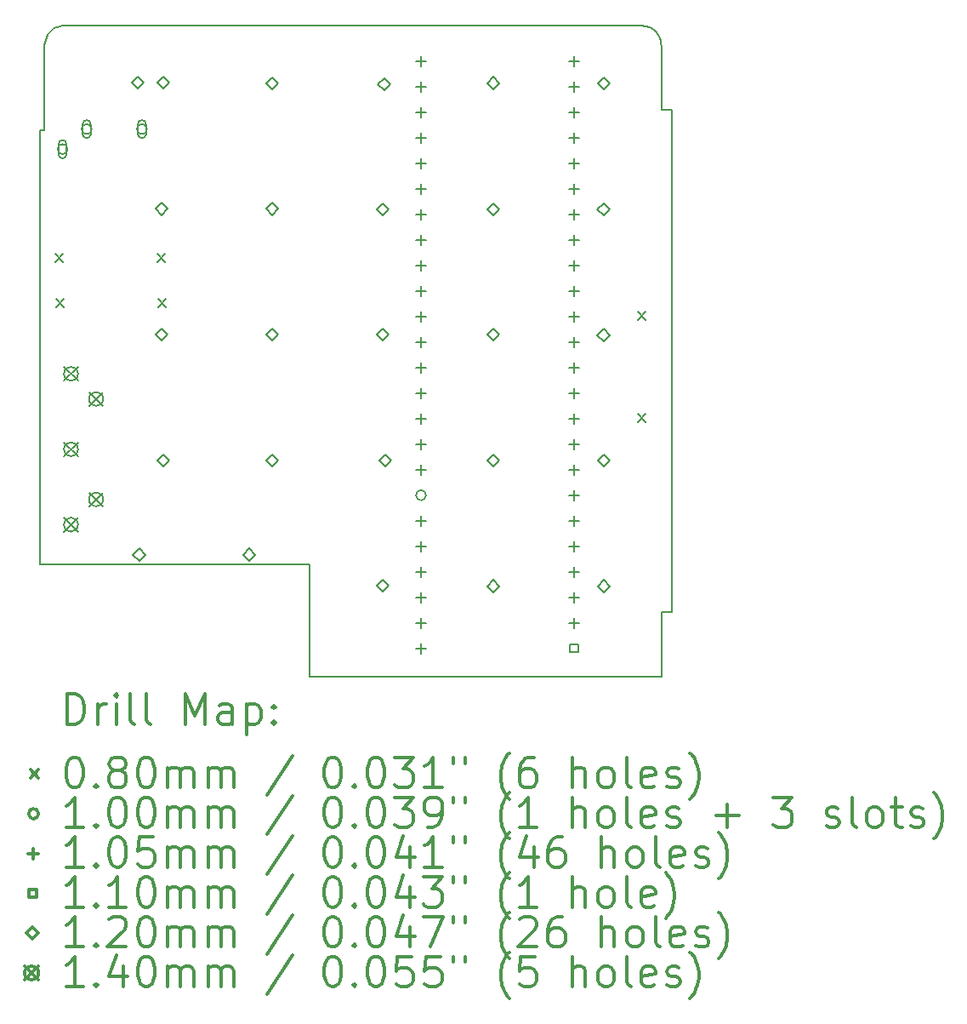
<source format=gbr>
%FSLAX45Y45*%
G04 Gerber Fmt 4.5, Leading zero omitted, Abs format (unit mm)*
G04 Created by KiCad (PCBNEW (5.0.2)-1) date 2019-03-20 12:51:36 PM*
%MOMM*%
%LPD*%
G01*
G04 APERTURE LIST*
%ADD10C,0.200000*%
%ADD11C,0.300000*%
G04 APERTURE END LIST*
D10*
X-6278773Y6379409D02*
G75*
G02X-6118860Y6474460I168744J-101849D01*
G01*
X-6310030Y6277560D02*
X-6278880Y6380480D01*
X-6355080Y5433060D02*
X-6311900Y5433060D01*
X-6311900Y5433060D02*
X-6310030Y6277560D01*
X-163830Y5636260D02*
X-62230Y5636260D01*
X-280856Y6456322D02*
G75*
G02X-165380Y6275060I-84524J-181262D01*
G01*
X-365380Y6475060D02*
X-280963Y6456371D01*
X-6355080Y1115060D02*
X-6355080Y5433060D01*
X-62230Y638810D02*
X-163830Y638810D01*
X-62230Y5636260D02*
X-62230Y638810D01*
X-3665380Y-1180D02*
X-3665220Y1112520D01*
X-165380Y6275060D02*
X-165380Y5636940D01*
X-165380Y-1180D02*
X-3665380Y-1180D01*
X-165380Y636940D02*
X-165380Y-1180D01*
X-3665380Y1112520D02*
X-6355080Y1115060D01*
X-6118860Y6474460D02*
X-365380Y6475060D01*
D10*
X-6199500Y4200520D02*
X-6119500Y4120520D01*
X-6119500Y4200520D02*
X-6199500Y4120520D01*
X-6194420Y3750940D02*
X-6114420Y3670940D01*
X-6114420Y3750940D02*
X-6194420Y3670940D01*
X-5178420Y3750940D02*
X-5098420Y3670940D01*
X-5098420Y3750940D02*
X-5178420Y3670940D01*
X-400680Y3626480D02*
X-320680Y3546480D01*
X-320680Y3626480D02*
X-400680Y3546480D01*
X-400680Y2610480D02*
X-320680Y2530480D01*
X-320680Y2610480D02*
X-400680Y2530480D01*
X-5183500Y4200520D02*
X-5103500Y4120520D01*
X-5103500Y4200520D02*
X-5183500Y4120520D01*
X-6076480Y5242560D02*
G75*
G03X-6076480Y5242560I-50000J0D01*
G01*
X-6086480Y5192560D02*
X-6086480Y5292560D01*
X-6166480Y5192560D02*
X-6166480Y5292560D01*
X-6086480Y5292560D02*
G75*
G03X-6166480Y5292560I-40000J0D01*
G01*
X-6166480Y5192560D02*
G75*
G03X-6086480Y5192560I40000J0D01*
G01*
X-5836480Y5442560D02*
G75*
G03X-5836480Y5442560I-50000J0D01*
G01*
X-5846480Y5392560D02*
X-5846480Y5492560D01*
X-5926480Y5392560D02*
X-5926480Y5492560D01*
X-5846480Y5492560D02*
G75*
G03X-5926480Y5492560I-40000J0D01*
G01*
X-5926480Y5392560D02*
G75*
G03X-5846480Y5392560I40000J0D01*
G01*
X-5286480Y5442560D02*
G75*
G03X-5286480Y5442560I-50000J0D01*
G01*
X-5296480Y5392560D02*
X-5296480Y5492560D01*
X-5376480Y5392560D02*
X-5376480Y5492560D01*
X-5296480Y5492560D02*
G75*
G03X-5376480Y5492560I-40000J0D01*
G01*
X-5376480Y5392560D02*
G75*
G03X-5296480Y5392560I40000J0D01*
G01*
X-2507780Y1800860D02*
G75*
G03X-2507780Y1800860I-50000J0D01*
G01*
X-2557780Y6171360D02*
X-2557780Y6066360D01*
X-2610280Y6118860D02*
X-2505280Y6118860D01*
X-2557780Y5917360D02*
X-2557780Y5812360D01*
X-2610280Y5864860D02*
X-2505280Y5864860D01*
X-2557780Y5663360D02*
X-2557780Y5558360D01*
X-2610280Y5610860D02*
X-2505280Y5610860D01*
X-2557780Y5409360D02*
X-2557780Y5304360D01*
X-2610280Y5356860D02*
X-2505280Y5356860D01*
X-2557780Y5155360D02*
X-2557780Y5050360D01*
X-2610280Y5102860D02*
X-2505280Y5102860D01*
X-2557780Y4901360D02*
X-2557780Y4796360D01*
X-2610280Y4848860D02*
X-2505280Y4848860D01*
X-2557780Y4647360D02*
X-2557780Y4542360D01*
X-2610280Y4594860D02*
X-2505280Y4594860D01*
X-2557780Y4393360D02*
X-2557780Y4288360D01*
X-2610280Y4340860D02*
X-2505280Y4340860D01*
X-2557780Y4139360D02*
X-2557780Y4034360D01*
X-2610280Y4086860D02*
X-2505280Y4086860D01*
X-2557780Y3885360D02*
X-2557780Y3780360D01*
X-2610280Y3832860D02*
X-2505280Y3832860D01*
X-2557780Y3631360D02*
X-2557780Y3526360D01*
X-2610280Y3578860D02*
X-2505280Y3578860D01*
X-2557780Y3377360D02*
X-2557780Y3272360D01*
X-2610280Y3324860D02*
X-2505280Y3324860D01*
X-2557780Y3123360D02*
X-2557780Y3018360D01*
X-2610280Y3070860D02*
X-2505280Y3070860D01*
X-2557780Y2869360D02*
X-2557780Y2764360D01*
X-2610280Y2816860D02*
X-2505280Y2816860D01*
X-2557780Y2615360D02*
X-2557780Y2510360D01*
X-2610280Y2562860D02*
X-2505280Y2562860D01*
X-2557780Y2361360D02*
X-2557780Y2256360D01*
X-2610280Y2308860D02*
X-2505280Y2308860D01*
X-2557780Y2107360D02*
X-2557780Y2002360D01*
X-2610280Y2054860D02*
X-2505280Y2054860D01*
X-2557780Y1599360D02*
X-2557780Y1494360D01*
X-2610280Y1546860D02*
X-2505280Y1546860D01*
X-2557780Y1345360D02*
X-2557780Y1240360D01*
X-2610280Y1292860D02*
X-2505280Y1292860D01*
X-2557780Y1091360D02*
X-2557780Y986360D01*
X-2610280Y1038860D02*
X-2505280Y1038860D01*
X-2557780Y837360D02*
X-2557780Y732360D01*
X-2610280Y784860D02*
X-2505280Y784860D01*
X-2557780Y583360D02*
X-2557780Y478360D01*
X-2610280Y530860D02*
X-2505280Y530860D01*
X-2557780Y329360D02*
X-2557780Y224360D01*
X-2610280Y276860D02*
X-2505280Y276860D01*
X-1033780Y6171360D02*
X-1033780Y6066360D01*
X-1086280Y6118860D02*
X-981280Y6118860D01*
X-1033780Y5917360D02*
X-1033780Y5812360D01*
X-1086280Y5864860D02*
X-981280Y5864860D01*
X-1033780Y5663360D02*
X-1033780Y5558360D01*
X-1086280Y5610860D02*
X-981280Y5610860D01*
X-1033780Y5409360D02*
X-1033780Y5304360D01*
X-1086280Y5356860D02*
X-981280Y5356860D01*
X-1033780Y5155360D02*
X-1033780Y5050360D01*
X-1086280Y5102860D02*
X-981280Y5102860D01*
X-1033780Y4901360D02*
X-1033780Y4796360D01*
X-1086280Y4848860D02*
X-981280Y4848860D01*
X-1033780Y4647360D02*
X-1033780Y4542360D01*
X-1086280Y4594860D02*
X-981280Y4594860D01*
X-1033780Y4393360D02*
X-1033780Y4288360D01*
X-1086280Y4340860D02*
X-981280Y4340860D01*
X-1033780Y4139360D02*
X-1033780Y4034360D01*
X-1086280Y4086860D02*
X-981280Y4086860D01*
X-1033780Y3885360D02*
X-1033780Y3780360D01*
X-1086280Y3832860D02*
X-981280Y3832860D01*
X-1033780Y3631360D02*
X-1033780Y3526360D01*
X-1086280Y3578860D02*
X-981280Y3578860D01*
X-1033780Y3377360D02*
X-1033780Y3272360D01*
X-1086280Y3324860D02*
X-981280Y3324860D01*
X-1033780Y3123360D02*
X-1033780Y3018360D01*
X-1086280Y3070860D02*
X-981280Y3070860D01*
X-1033780Y2869360D02*
X-1033780Y2764360D01*
X-1086280Y2816860D02*
X-981280Y2816860D01*
X-1033780Y2615360D02*
X-1033780Y2510360D01*
X-1086280Y2562860D02*
X-981280Y2562860D01*
X-1033780Y2361360D02*
X-1033780Y2256360D01*
X-1086280Y2308860D02*
X-981280Y2308860D01*
X-1033780Y2107360D02*
X-1033780Y2002360D01*
X-1086280Y2054860D02*
X-981280Y2054860D01*
X-1033780Y1853360D02*
X-1033780Y1748360D01*
X-1086280Y1800860D02*
X-981280Y1800860D01*
X-1033780Y1599360D02*
X-1033780Y1494360D01*
X-1086280Y1546860D02*
X-981280Y1546860D01*
X-1033780Y1345360D02*
X-1033780Y1240360D01*
X-1086280Y1292860D02*
X-981280Y1292860D01*
X-1033780Y1091360D02*
X-1033780Y986360D01*
X-1086280Y1038860D02*
X-981280Y1038860D01*
X-1033780Y837360D02*
X-1033780Y732360D01*
X-1086280Y784860D02*
X-981280Y784860D01*
X-1033780Y583360D02*
X-1033780Y478360D01*
X-1086280Y530860D02*
X-981280Y530860D01*
X-994889Y237969D02*
X-994889Y315751D01*
X-1072671Y315751D01*
X-1072671Y237969D01*
X-994889Y237969D01*
X-2926080Y5830260D02*
X-2866080Y5890260D01*
X-2926080Y5950260D01*
X-2986080Y5890260D01*
X-2926080Y5830260D01*
X-4041140Y5837880D02*
X-3981140Y5897880D01*
X-4041140Y5957880D01*
X-4101140Y5897880D01*
X-4041140Y5837880D01*
X-1841500Y5840420D02*
X-1781500Y5900420D01*
X-1841500Y5960420D01*
X-1901500Y5900420D01*
X-1841500Y5840420D01*
X-5364480Y1150310D02*
X-5304480Y1210310D01*
X-5364480Y1270310D01*
X-5424480Y1210310D01*
X-5364480Y1150310D01*
X-739140Y836620D02*
X-679140Y896620D01*
X-739140Y956620D01*
X-799140Y896620D01*
X-739140Y836620D01*
X-1841500Y836620D02*
X-1781500Y896620D01*
X-1841500Y956620D01*
X-1901500Y896620D01*
X-1841500Y836620D01*
X-2938780Y839160D02*
X-2878780Y899160D01*
X-2938780Y959160D01*
X-2998780Y899160D01*
X-2938780Y839160D01*
X-5138420Y4588200D02*
X-5078420Y4648200D01*
X-5138420Y4708200D01*
X-5198420Y4648200D01*
X-5138420Y4588200D01*
X-5140960Y3335980D02*
X-5080960Y3395980D01*
X-5140960Y3455980D01*
X-5200960Y3395980D01*
X-5140960Y3335980D01*
X-2913380Y2083760D02*
X-2853380Y2143760D01*
X-2913380Y2203760D01*
X-2973380Y2143760D01*
X-2913380Y2083760D01*
X-2938780Y4585660D02*
X-2878780Y4645660D01*
X-2938780Y4705660D01*
X-2998780Y4645660D01*
X-2938780Y4585660D01*
X-4265930Y1150310D02*
X-4205930Y1210310D01*
X-4265930Y1270310D01*
X-4325930Y1210310D01*
X-4265930Y1150310D01*
X-739140Y2088840D02*
X-679140Y2148840D01*
X-739140Y2208840D01*
X-799140Y2148840D01*
X-739140Y2088840D01*
X-739140Y5837880D02*
X-679140Y5897880D01*
X-739140Y5957880D01*
X-799140Y5897880D01*
X-739140Y5837880D01*
X-5123180Y2083760D02*
X-5063180Y2143760D01*
X-5123180Y2203760D01*
X-5183180Y2143760D01*
X-5123180Y2083760D01*
X-4038600Y4588200D02*
X-3978600Y4648200D01*
X-4038600Y4708200D01*
X-4098600Y4648200D01*
X-4038600Y4588200D01*
X-2938780Y3341060D02*
X-2878780Y3401060D01*
X-2938780Y3461060D01*
X-2998780Y3401060D01*
X-2938780Y3341060D01*
X-5377180Y5842960D02*
X-5317180Y5902960D01*
X-5377180Y5962960D01*
X-5437180Y5902960D01*
X-5377180Y5842960D01*
X-5123180Y5842960D02*
X-5063180Y5902960D01*
X-5123180Y5962960D01*
X-5183180Y5902960D01*
X-5123180Y5842960D01*
X-1838960Y3335980D02*
X-1778960Y3395980D01*
X-1838960Y3455980D01*
X-1898960Y3395980D01*
X-1838960Y3335980D01*
X-4041140Y3335980D02*
X-3981140Y3395980D01*
X-4041140Y3455980D01*
X-4101140Y3395980D01*
X-4041140Y3335980D01*
X-1838960Y2086300D02*
X-1778960Y2146300D01*
X-1838960Y2206300D01*
X-1898960Y2146300D01*
X-1838960Y2086300D01*
X-4041140Y2086300D02*
X-3981140Y2146300D01*
X-4041140Y2206300D01*
X-4101140Y2146300D01*
X-4041140Y2086300D01*
X-1840230Y4585660D02*
X-1780230Y4645660D01*
X-1840230Y4705660D01*
X-1900230Y4645660D01*
X-1840230Y4585660D01*
X-741680Y4585660D02*
X-681680Y4645660D01*
X-741680Y4705660D01*
X-801680Y4645660D01*
X-741680Y4585660D01*
X-741680Y3334710D02*
X-681680Y3394710D01*
X-741680Y3454710D01*
X-801680Y3394710D01*
X-741680Y3334710D01*
X-6112510Y3077718D02*
X-5972810Y2938018D01*
X-5972810Y3077718D02*
X-6112510Y2938018D01*
X-5972810Y3007868D02*
G75*
G03X-5972810Y3007868I-69850J0D01*
G01*
X-6112510Y1578102D02*
X-5972810Y1438402D01*
X-5972810Y1578102D02*
X-6112510Y1438402D01*
X-5972810Y1508252D02*
G75*
G03X-5972810Y1508252I-69850J0D01*
G01*
X-6112256Y2327910D02*
X-5972556Y2188210D01*
X-5972556Y2327910D02*
X-6112256Y2188210D01*
X-5972556Y2258060D02*
G75*
G03X-5972556Y2258060I-69850J0D01*
G01*
X-5862320Y2827528D02*
X-5722620Y2687828D01*
X-5722620Y2827528D02*
X-5862320Y2687828D01*
X-5722620Y2757678D02*
G75*
G03X-5722620Y2757678I-69850J0D01*
G01*
X-5862320Y1828292D02*
X-5722620Y1688592D01*
X-5722620Y1828292D02*
X-5862320Y1688592D01*
X-5722620Y1758442D02*
G75*
G03X-5722620Y1758442I-69850J0D01*
G01*
D11*
X-6078652Y-476895D02*
X-6078652Y-176895D01*
X-6007223Y-176895D01*
X-5964366Y-191180D01*
X-5935794Y-219752D01*
X-5921509Y-248323D01*
X-5907223Y-305466D01*
X-5907223Y-348323D01*
X-5921509Y-405466D01*
X-5935794Y-434038D01*
X-5964366Y-462609D01*
X-6007223Y-476895D01*
X-6078652Y-476895D01*
X-5778652Y-476895D02*
X-5778652Y-276895D01*
X-5778652Y-334038D02*
X-5764366Y-305466D01*
X-5750080Y-291181D01*
X-5721509Y-276895D01*
X-5692937Y-276895D01*
X-5592937Y-476895D02*
X-5592937Y-276895D01*
X-5592937Y-176895D02*
X-5607223Y-191180D01*
X-5592937Y-205466D01*
X-5578652Y-191180D01*
X-5592937Y-176895D01*
X-5592937Y-205466D01*
X-5407223Y-476895D02*
X-5435794Y-462609D01*
X-5450080Y-434038D01*
X-5450080Y-176895D01*
X-5250080Y-476895D02*
X-5278652Y-462609D01*
X-5292937Y-434038D01*
X-5292937Y-176895D01*
X-4907223Y-476895D02*
X-4907223Y-176895D01*
X-4807223Y-391180D01*
X-4707223Y-176895D01*
X-4707223Y-476895D01*
X-4435794Y-476895D02*
X-4435794Y-319752D01*
X-4450080Y-291181D01*
X-4478652Y-276895D01*
X-4535794Y-276895D01*
X-4564366Y-291181D01*
X-4435794Y-462609D02*
X-4464366Y-476895D01*
X-4535794Y-476895D01*
X-4564366Y-462609D01*
X-4578652Y-434038D01*
X-4578652Y-405466D01*
X-4564366Y-376895D01*
X-4535794Y-362609D01*
X-4464366Y-362609D01*
X-4435794Y-348323D01*
X-4292937Y-276895D02*
X-4292937Y-576895D01*
X-4292937Y-291181D02*
X-4264366Y-276895D01*
X-4207223Y-276895D01*
X-4178652Y-291181D01*
X-4164366Y-305466D01*
X-4150080Y-334038D01*
X-4150080Y-419752D01*
X-4164366Y-448323D01*
X-4178652Y-462609D01*
X-4207223Y-476895D01*
X-4264366Y-476895D01*
X-4292937Y-462609D01*
X-4021509Y-448323D02*
X-4007223Y-462609D01*
X-4021509Y-476895D01*
X-4035794Y-462609D01*
X-4021509Y-448323D01*
X-4021509Y-476895D01*
X-4021509Y-291181D02*
X-4007223Y-305466D01*
X-4021509Y-319752D01*
X-4035794Y-305466D01*
X-4021509Y-291181D01*
X-4021509Y-319752D01*
X-6445080Y-931180D02*
X-6365080Y-1011180D01*
X-6365080Y-931180D02*
X-6445080Y-1011180D01*
X-6021509Y-806895D02*
X-5992937Y-806895D01*
X-5964366Y-821180D01*
X-5950080Y-835466D01*
X-5935794Y-864038D01*
X-5921509Y-921180D01*
X-5921509Y-992609D01*
X-5935794Y-1049752D01*
X-5950080Y-1078323D01*
X-5964366Y-1092609D01*
X-5992937Y-1106895D01*
X-6021509Y-1106895D01*
X-6050080Y-1092609D01*
X-6064366Y-1078323D01*
X-6078652Y-1049752D01*
X-6092937Y-992609D01*
X-6092937Y-921180D01*
X-6078652Y-864038D01*
X-6064366Y-835466D01*
X-6050080Y-821180D01*
X-6021509Y-806895D01*
X-5792937Y-1078323D02*
X-5778652Y-1092609D01*
X-5792937Y-1106895D01*
X-5807223Y-1092609D01*
X-5792937Y-1078323D01*
X-5792937Y-1106895D01*
X-5607223Y-935466D02*
X-5635794Y-921180D01*
X-5650080Y-906895D01*
X-5664366Y-878323D01*
X-5664366Y-864038D01*
X-5650080Y-835466D01*
X-5635794Y-821180D01*
X-5607223Y-806895D01*
X-5550080Y-806895D01*
X-5521509Y-821180D01*
X-5507223Y-835466D01*
X-5492937Y-864038D01*
X-5492937Y-878323D01*
X-5507223Y-906895D01*
X-5521509Y-921180D01*
X-5550080Y-935466D01*
X-5607223Y-935466D01*
X-5635794Y-949752D01*
X-5650080Y-964038D01*
X-5664366Y-992609D01*
X-5664366Y-1049752D01*
X-5650080Y-1078323D01*
X-5635794Y-1092609D01*
X-5607223Y-1106895D01*
X-5550080Y-1106895D01*
X-5521509Y-1092609D01*
X-5507223Y-1078323D01*
X-5492937Y-1049752D01*
X-5492937Y-992609D01*
X-5507223Y-964038D01*
X-5521509Y-949752D01*
X-5550080Y-935466D01*
X-5307223Y-806895D02*
X-5278652Y-806895D01*
X-5250080Y-821180D01*
X-5235794Y-835466D01*
X-5221509Y-864038D01*
X-5207223Y-921180D01*
X-5207223Y-992609D01*
X-5221509Y-1049752D01*
X-5235794Y-1078323D01*
X-5250080Y-1092609D01*
X-5278652Y-1106895D01*
X-5307223Y-1106895D01*
X-5335794Y-1092609D01*
X-5350080Y-1078323D01*
X-5364366Y-1049752D01*
X-5378652Y-992609D01*
X-5378652Y-921180D01*
X-5364366Y-864038D01*
X-5350080Y-835466D01*
X-5335794Y-821180D01*
X-5307223Y-806895D01*
X-5078652Y-1106895D02*
X-5078652Y-906895D01*
X-5078652Y-935466D02*
X-5064366Y-921180D01*
X-5035794Y-906895D01*
X-4992937Y-906895D01*
X-4964366Y-921180D01*
X-4950080Y-949752D01*
X-4950080Y-1106895D01*
X-4950080Y-949752D02*
X-4935794Y-921180D01*
X-4907223Y-906895D01*
X-4864366Y-906895D01*
X-4835794Y-921180D01*
X-4821509Y-949752D01*
X-4821509Y-1106895D01*
X-4678652Y-1106895D02*
X-4678652Y-906895D01*
X-4678652Y-935466D02*
X-4664366Y-921180D01*
X-4635794Y-906895D01*
X-4592937Y-906895D01*
X-4564366Y-921180D01*
X-4550080Y-949752D01*
X-4550080Y-1106895D01*
X-4550080Y-949752D02*
X-4535794Y-921180D01*
X-4507223Y-906895D01*
X-4464366Y-906895D01*
X-4435794Y-921180D01*
X-4421509Y-949752D01*
X-4421509Y-1106895D01*
X-3835794Y-792609D02*
X-4092937Y-1178323D01*
X-3450080Y-806895D02*
X-3421509Y-806895D01*
X-3392937Y-821180D01*
X-3378652Y-835466D01*
X-3364366Y-864038D01*
X-3350080Y-921180D01*
X-3350080Y-992609D01*
X-3364366Y-1049752D01*
X-3378652Y-1078323D01*
X-3392937Y-1092609D01*
X-3421509Y-1106895D01*
X-3450080Y-1106895D01*
X-3478652Y-1092609D01*
X-3492937Y-1078323D01*
X-3507223Y-1049752D01*
X-3521509Y-992609D01*
X-3521509Y-921180D01*
X-3507223Y-864038D01*
X-3492937Y-835466D01*
X-3478652Y-821180D01*
X-3450080Y-806895D01*
X-3221509Y-1078323D02*
X-3207223Y-1092609D01*
X-3221509Y-1106895D01*
X-3235794Y-1092609D01*
X-3221509Y-1078323D01*
X-3221509Y-1106895D01*
X-3021509Y-806895D02*
X-2992937Y-806895D01*
X-2964366Y-821180D01*
X-2950080Y-835466D01*
X-2935794Y-864038D01*
X-2921509Y-921180D01*
X-2921509Y-992609D01*
X-2935794Y-1049752D01*
X-2950080Y-1078323D01*
X-2964366Y-1092609D01*
X-2992937Y-1106895D01*
X-3021509Y-1106895D01*
X-3050080Y-1092609D01*
X-3064366Y-1078323D01*
X-3078652Y-1049752D01*
X-3092937Y-992609D01*
X-3092937Y-921180D01*
X-3078652Y-864038D01*
X-3064366Y-835466D01*
X-3050080Y-821180D01*
X-3021509Y-806895D01*
X-2821509Y-806895D02*
X-2635794Y-806895D01*
X-2735794Y-921180D01*
X-2692937Y-921180D01*
X-2664366Y-935466D01*
X-2650080Y-949752D01*
X-2635794Y-978323D01*
X-2635794Y-1049752D01*
X-2650080Y-1078323D01*
X-2664366Y-1092609D01*
X-2692937Y-1106895D01*
X-2778652Y-1106895D01*
X-2807223Y-1092609D01*
X-2821509Y-1078323D01*
X-2350080Y-1106895D02*
X-2521509Y-1106895D01*
X-2435794Y-1106895D02*
X-2435794Y-806895D01*
X-2464366Y-849752D01*
X-2492937Y-878323D01*
X-2521509Y-892609D01*
X-2235794Y-806895D02*
X-2235794Y-864038D01*
X-2121509Y-806895D02*
X-2121509Y-864038D01*
X-1678652Y-1221181D02*
X-1692937Y-1206895D01*
X-1721509Y-1164038D01*
X-1735794Y-1135466D01*
X-1750080Y-1092609D01*
X-1764366Y-1021180D01*
X-1764366Y-964038D01*
X-1750080Y-892609D01*
X-1735794Y-849752D01*
X-1721509Y-821180D01*
X-1692937Y-778323D01*
X-1678652Y-764038D01*
X-1435794Y-806895D02*
X-1492937Y-806895D01*
X-1521509Y-821180D01*
X-1535794Y-835466D01*
X-1564366Y-878323D01*
X-1578652Y-935466D01*
X-1578652Y-1049752D01*
X-1564366Y-1078323D01*
X-1550080Y-1092609D01*
X-1521509Y-1106895D01*
X-1464366Y-1106895D01*
X-1435794Y-1092609D01*
X-1421509Y-1078323D01*
X-1407223Y-1049752D01*
X-1407223Y-978323D01*
X-1421509Y-949752D01*
X-1435794Y-935466D01*
X-1464366Y-921180D01*
X-1521509Y-921180D01*
X-1550080Y-935466D01*
X-1564366Y-949752D01*
X-1578652Y-978323D01*
X-1050080Y-1106895D02*
X-1050080Y-806895D01*
X-921509Y-1106895D02*
X-921509Y-949752D01*
X-935794Y-921180D01*
X-964366Y-906895D01*
X-1007223Y-906895D01*
X-1035794Y-921180D01*
X-1050080Y-935466D01*
X-735794Y-1106895D02*
X-764366Y-1092609D01*
X-778652Y-1078323D01*
X-792937Y-1049752D01*
X-792937Y-964038D01*
X-778652Y-935466D01*
X-764366Y-921180D01*
X-735794Y-906895D01*
X-692937Y-906895D01*
X-664366Y-921180D01*
X-650080Y-935466D01*
X-635794Y-964038D01*
X-635794Y-1049752D01*
X-650080Y-1078323D01*
X-664366Y-1092609D01*
X-692937Y-1106895D01*
X-735794Y-1106895D01*
X-464366Y-1106895D02*
X-492937Y-1092609D01*
X-507223Y-1064038D01*
X-507223Y-806895D01*
X-235794Y-1092609D02*
X-264366Y-1106895D01*
X-321509Y-1106895D01*
X-350080Y-1092609D01*
X-364366Y-1064038D01*
X-364366Y-949752D01*
X-350080Y-921180D01*
X-321509Y-906895D01*
X-264366Y-906895D01*
X-235794Y-921180D01*
X-221509Y-949752D01*
X-221509Y-978323D01*
X-364366Y-1006895D01*
X-107223Y-1092609D02*
X-78652Y-1106895D01*
X-21509Y-1106895D01*
X7063Y-1092609D01*
X21348Y-1064038D01*
X21348Y-1049752D01*
X7063Y-1021180D01*
X-21509Y-1006895D01*
X-64366Y-1006895D01*
X-92937Y-992609D01*
X-107223Y-964038D01*
X-107223Y-949752D01*
X-92937Y-921180D01*
X-64366Y-906895D01*
X-21509Y-906895D01*
X7063Y-921180D01*
X121348Y-1221181D02*
X135634Y-1206895D01*
X164206Y-1164038D01*
X178491Y-1135466D01*
X192777Y-1092609D01*
X207063Y-1021180D01*
X207063Y-964038D01*
X192777Y-892609D01*
X178491Y-849752D01*
X164206Y-821180D01*
X135634Y-778323D01*
X121348Y-764038D01*
X-6365080Y-1367181D02*
G75*
G03X-6365080Y-1367181I-50000J0D01*
G01*
X-5921509Y-1502895D02*
X-6092937Y-1502895D01*
X-6007223Y-1502895D02*
X-6007223Y-1202895D01*
X-6035794Y-1245752D01*
X-6064366Y-1274323D01*
X-6092937Y-1288609D01*
X-5792937Y-1474323D02*
X-5778652Y-1488609D01*
X-5792937Y-1502895D01*
X-5807223Y-1488609D01*
X-5792937Y-1474323D01*
X-5792937Y-1502895D01*
X-5592937Y-1202895D02*
X-5564366Y-1202895D01*
X-5535794Y-1217181D01*
X-5521509Y-1231466D01*
X-5507223Y-1260038D01*
X-5492937Y-1317181D01*
X-5492937Y-1388609D01*
X-5507223Y-1445752D01*
X-5521509Y-1474323D01*
X-5535794Y-1488609D01*
X-5564366Y-1502895D01*
X-5592937Y-1502895D01*
X-5621509Y-1488609D01*
X-5635794Y-1474323D01*
X-5650080Y-1445752D01*
X-5664366Y-1388609D01*
X-5664366Y-1317181D01*
X-5650080Y-1260038D01*
X-5635794Y-1231466D01*
X-5621509Y-1217181D01*
X-5592937Y-1202895D01*
X-5307223Y-1202895D02*
X-5278652Y-1202895D01*
X-5250080Y-1217181D01*
X-5235794Y-1231466D01*
X-5221509Y-1260038D01*
X-5207223Y-1317181D01*
X-5207223Y-1388609D01*
X-5221509Y-1445752D01*
X-5235794Y-1474323D01*
X-5250080Y-1488609D01*
X-5278652Y-1502895D01*
X-5307223Y-1502895D01*
X-5335794Y-1488609D01*
X-5350080Y-1474323D01*
X-5364366Y-1445752D01*
X-5378652Y-1388609D01*
X-5378652Y-1317181D01*
X-5364366Y-1260038D01*
X-5350080Y-1231466D01*
X-5335794Y-1217181D01*
X-5307223Y-1202895D01*
X-5078652Y-1502895D02*
X-5078652Y-1302895D01*
X-5078652Y-1331466D02*
X-5064366Y-1317181D01*
X-5035794Y-1302895D01*
X-4992937Y-1302895D01*
X-4964366Y-1317181D01*
X-4950080Y-1345752D01*
X-4950080Y-1502895D01*
X-4950080Y-1345752D02*
X-4935794Y-1317181D01*
X-4907223Y-1302895D01*
X-4864366Y-1302895D01*
X-4835794Y-1317181D01*
X-4821509Y-1345752D01*
X-4821509Y-1502895D01*
X-4678652Y-1502895D02*
X-4678652Y-1302895D01*
X-4678652Y-1331466D02*
X-4664366Y-1317181D01*
X-4635794Y-1302895D01*
X-4592937Y-1302895D01*
X-4564366Y-1317181D01*
X-4550080Y-1345752D01*
X-4550080Y-1502895D01*
X-4550080Y-1345752D02*
X-4535794Y-1317181D01*
X-4507223Y-1302895D01*
X-4464366Y-1302895D01*
X-4435794Y-1317181D01*
X-4421509Y-1345752D01*
X-4421509Y-1502895D01*
X-3835794Y-1188609D02*
X-4092937Y-1574323D01*
X-3450080Y-1202895D02*
X-3421509Y-1202895D01*
X-3392937Y-1217181D01*
X-3378652Y-1231466D01*
X-3364366Y-1260038D01*
X-3350080Y-1317181D01*
X-3350080Y-1388609D01*
X-3364366Y-1445752D01*
X-3378652Y-1474323D01*
X-3392937Y-1488609D01*
X-3421509Y-1502895D01*
X-3450080Y-1502895D01*
X-3478652Y-1488609D01*
X-3492937Y-1474323D01*
X-3507223Y-1445752D01*
X-3521509Y-1388609D01*
X-3521509Y-1317181D01*
X-3507223Y-1260038D01*
X-3492937Y-1231466D01*
X-3478652Y-1217181D01*
X-3450080Y-1202895D01*
X-3221509Y-1474323D02*
X-3207223Y-1488609D01*
X-3221509Y-1502895D01*
X-3235794Y-1488609D01*
X-3221509Y-1474323D01*
X-3221509Y-1502895D01*
X-3021509Y-1202895D02*
X-2992937Y-1202895D01*
X-2964366Y-1217181D01*
X-2950080Y-1231466D01*
X-2935794Y-1260038D01*
X-2921509Y-1317181D01*
X-2921509Y-1388609D01*
X-2935794Y-1445752D01*
X-2950080Y-1474323D01*
X-2964366Y-1488609D01*
X-2992937Y-1502895D01*
X-3021509Y-1502895D01*
X-3050080Y-1488609D01*
X-3064366Y-1474323D01*
X-3078652Y-1445752D01*
X-3092937Y-1388609D01*
X-3092937Y-1317181D01*
X-3078652Y-1260038D01*
X-3064366Y-1231466D01*
X-3050080Y-1217181D01*
X-3021509Y-1202895D01*
X-2821509Y-1202895D02*
X-2635794Y-1202895D01*
X-2735794Y-1317181D01*
X-2692937Y-1317181D01*
X-2664366Y-1331466D01*
X-2650080Y-1345752D01*
X-2635794Y-1374323D01*
X-2635794Y-1445752D01*
X-2650080Y-1474323D01*
X-2664366Y-1488609D01*
X-2692937Y-1502895D01*
X-2778652Y-1502895D01*
X-2807223Y-1488609D01*
X-2821509Y-1474323D01*
X-2492937Y-1502895D02*
X-2435794Y-1502895D01*
X-2407223Y-1488609D01*
X-2392937Y-1474323D01*
X-2364366Y-1431466D01*
X-2350080Y-1374323D01*
X-2350080Y-1260038D01*
X-2364366Y-1231466D01*
X-2378652Y-1217181D01*
X-2407223Y-1202895D01*
X-2464366Y-1202895D01*
X-2492937Y-1217181D01*
X-2507223Y-1231466D01*
X-2521509Y-1260038D01*
X-2521509Y-1331466D01*
X-2507223Y-1360038D01*
X-2492937Y-1374323D01*
X-2464366Y-1388609D01*
X-2407223Y-1388609D01*
X-2378652Y-1374323D01*
X-2364366Y-1360038D01*
X-2350080Y-1331466D01*
X-2235794Y-1202895D02*
X-2235794Y-1260038D01*
X-2121509Y-1202895D02*
X-2121509Y-1260038D01*
X-1678652Y-1617180D02*
X-1692937Y-1602895D01*
X-1721509Y-1560038D01*
X-1735794Y-1531466D01*
X-1750080Y-1488609D01*
X-1764366Y-1417180D01*
X-1764366Y-1360038D01*
X-1750080Y-1288609D01*
X-1735794Y-1245752D01*
X-1721509Y-1217181D01*
X-1692937Y-1174323D01*
X-1678652Y-1160038D01*
X-1407223Y-1502895D02*
X-1578652Y-1502895D01*
X-1492937Y-1502895D02*
X-1492937Y-1202895D01*
X-1521509Y-1245752D01*
X-1550080Y-1274323D01*
X-1578652Y-1288609D01*
X-1050080Y-1502895D02*
X-1050080Y-1202895D01*
X-921509Y-1502895D02*
X-921509Y-1345752D01*
X-935794Y-1317181D01*
X-964366Y-1302895D01*
X-1007223Y-1302895D01*
X-1035794Y-1317181D01*
X-1050080Y-1331466D01*
X-735794Y-1502895D02*
X-764366Y-1488609D01*
X-778652Y-1474323D01*
X-792937Y-1445752D01*
X-792937Y-1360038D01*
X-778652Y-1331466D01*
X-764366Y-1317181D01*
X-735794Y-1302895D01*
X-692937Y-1302895D01*
X-664366Y-1317181D01*
X-650080Y-1331466D01*
X-635794Y-1360038D01*
X-635794Y-1445752D01*
X-650080Y-1474323D01*
X-664366Y-1488609D01*
X-692937Y-1502895D01*
X-735794Y-1502895D01*
X-464366Y-1502895D02*
X-492937Y-1488609D01*
X-507223Y-1460038D01*
X-507223Y-1202895D01*
X-235794Y-1488609D02*
X-264366Y-1502895D01*
X-321509Y-1502895D01*
X-350080Y-1488609D01*
X-364366Y-1460038D01*
X-364366Y-1345752D01*
X-350080Y-1317181D01*
X-321509Y-1302895D01*
X-264366Y-1302895D01*
X-235794Y-1317181D01*
X-221509Y-1345752D01*
X-221509Y-1374323D01*
X-364366Y-1402895D01*
X-107223Y-1488609D02*
X-78652Y-1502895D01*
X-21509Y-1502895D01*
X7063Y-1488609D01*
X21348Y-1460038D01*
X21348Y-1445752D01*
X7063Y-1417180D01*
X-21509Y-1402895D01*
X-64366Y-1402895D01*
X-92937Y-1388609D01*
X-107223Y-1360038D01*
X-107223Y-1345752D01*
X-92937Y-1317181D01*
X-64366Y-1302895D01*
X-21509Y-1302895D01*
X7063Y-1317181D01*
X378491Y-1388609D02*
X607063Y-1388609D01*
X492777Y-1502895D02*
X492777Y-1274323D01*
X949920Y-1202895D02*
X1135634Y-1202895D01*
X1035634Y-1317181D01*
X1078491Y-1317181D01*
X1107063Y-1331466D01*
X1121348Y-1345752D01*
X1135634Y-1374323D01*
X1135634Y-1445752D01*
X1121348Y-1474323D01*
X1107063Y-1488609D01*
X1078491Y-1502895D01*
X992777Y-1502895D01*
X964206Y-1488609D01*
X949920Y-1474323D01*
X1478491Y-1488609D02*
X1507063Y-1502895D01*
X1564206Y-1502895D01*
X1592777Y-1488609D01*
X1607063Y-1460038D01*
X1607063Y-1445752D01*
X1592777Y-1417180D01*
X1564206Y-1402895D01*
X1521348Y-1402895D01*
X1492777Y-1388609D01*
X1478491Y-1360038D01*
X1478491Y-1345752D01*
X1492777Y-1317181D01*
X1521348Y-1302895D01*
X1564206Y-1302895D01*
X1592777Y-1317181D01*
X1778491Y-1502895D02*
X1749920Y-1488609D01*
X1735634Y-1460038D01*
X1735634Y-1202895D01*
X1935634Y-1502895D02*
X1907063Y-1488609D01*
X1892777Y-1474323D01*
X1878491Y-1445752D01*
X1878491Y-1360038D01*
X1892777Y-1331466D01*
X1907063Y-1317181D01*
X1935634Y-1302895D01*
X1978491Y-1302895D01*
X2007063Y-1317181D01*
X2021348Y-1331466D01*
X2035634Y-1360038D01*
X2035634Y-1445752D01*
X2021348Y-1474323D01*
X2007063Y-1488609D01*
X1978491Y-1502895D01*
X1935634Y-1502895D01*
X2121348Y-1302895D02*
X2235634Y-1302895D01*
X2164206Y-1202895D02*
X2164206Y-1460038D01*
X2178491Y-1488609D01*
X2207063Y-1502895D01*
X2235634Y-1502895D01*
X2321348Y-1488609D02*
X2349920Y-1502895D01*
X2407063Y-1502895D01*
X2435634Y-1488609D01*
X2449920Y-1460038D01*
X2449920Y-1445752D01*
X2435634Y-1417180D01*
X2407063Y-1402895D01*
X2364206Y-1402895D01*
X2335634Y-1388609D01*
X2321348Y-1360038D01*
X2321348Y-1345752D01*
X2335634Y-1317181D01*
X2364206Y-1302895D01*
X2407063Y-1302895D01*
X2435634Y-1317181D01*
X2549920Y-1617180D02*
X2564206Y-1602895D01*
X2592777Y-1560038D01*
X2607063Y-1531466D01*
X2621348Y-1488609D01*
X2635634Y-1417180D01*
X2635634Y-1360038D01*
X2621348Y-1288609D01*
X2607063Y-1245752D01*
X2592777Y-1217181D01*
X2564206Y-1174323D01*
X2549920Y-1160038D01*
X-6417580Y-1710680D02*
X-6417580Y-1815680D01*
X-6470080Y-1763180D02*
X-6365080Y-1763180D01*
X-5921509Y-1898895D02*
X-6092937Y-1898895D01*
X-6007223Y-1898895D02*
X-6007223Y-1598895D01*
X-6035794Y-1641752D01*
X-6064366Y-1670323D01*
X-6092937Y-1684609D01*
X-5792937Y-1870323D02*
X-5778652Y-1884609D01*
X-5792937Y-1898895D01*
X-5807223Y-1884609D01*
X-5792937Y-1870323D01*
X-5792937Y-1898895D01*
X-5592937Y-1598895D02*
X-5564366Y-1598895D01*
X-5535794Y-1613180D01*
X-5521509Y-1627466D01*
X-5507223Y-1656038D01*
X-5492937Y-1713180D01*
X-5492937Y-1784609D01*
X-5507223Y-1841752D01*
X-5521509Y-1870323D01*
X-5535794Y-1884609D01*
X-5564366Y-1898895D01*
X-5592937Y-1898895D01*
X-5621509Y-1884609D01*
X-5635794Y-1870323D01*
X-5650080Y-1841752D01*
X-5664366Y-1784609D01*
X-5664366Y-1713180D01*
X-5650080Y-1656038D01*
X-5635794Y-1627466D01*
X-5621509Y-1613180D01*
X-5592937Y-1598895D01*
X-5221509Y-1598895D02*
X-5364366Y-1598895D01*
X-5378652Y-1741752D01*
X-5364366Y-1727466D01*
X-5335794Y-1713180D01*
X-5264366Y-1713180D01*
X-5235794Y-1727466D01*
X-5221509Y-1741752D01*
X-5207223Y-1770323D01*
X-5207223Y-1841752D01*
X-5221509Y-1870323D01*
X-5235794Y-1884609D01*
X-5264366Y-1898895D01*
X-5335794Y-1898895D01*
X-5364366Y-1884609D01*
X-5378652Y-1870323D01*
X-5078652Y-1898895D02*
X-5078652Y-1698895D01*
X-5078652Y-1727466D02*
X-5064366Y-1713180D01*
X-5035794Y-1698895D01*
X-4992937Y-1698895D01*
X-4964366Y-1713180D01*
X-4950080Y-1741752D01*
X-4950080Y-1898895D01*
X-4950080Y-1741752D02*
X-4935794Y-1713180D01*
X-4907223Y-1698895D01*
X-4864366Y-1698895D01*
X-4835794Y-1713180D01*
X-4821509Y-1741752D01*
X-4821509Y-1898895D01*
X-4678652Y-1898895D02*
X-4678652Y-1698895D01*
X-4678652Y-1727466D02*
X-4664366Y-1713180D01*
X-4635794Y-1698895D01*
X-4592937Y-1698895D01*
X-4564366Y-1713180D01*
X-4550080Y-1741752D01*
X-4550080Y-1898895D01*
X-4550080Y-1741752D02*
X-4535794Y-1713180D01*
X-4507223Y-1698895D01*
X-4464366Y-1698895D01*
X-4435794Y-1713180D01*
X-4421509Y-1741752D01*
X-4421509Y-1898895D01*
X-3835794Y-1584609D02*
X-4092937Y-1970323D01*
X-3450080Y-1598895D02*
X-3421509Y-1598895D01*
X-3392937Y-1613180D01*
X-3378652Y-1627466D01*
X-3364366Y-1656038D01*
X-3350080Y-1713180D01*
X-3350080Y-1784609D01*
X-3364366Y-1841752D01*
X-3378652Y-1870323D01*
X-3392937Y-1884609D01*
X-3421509Y-1898895D01*
X-3450080Y-1898895D01*
X-3478652Y-1884609D01*
X-3492937Y-1870323D01*
X-3507223Y-1841752D01*
X-3521509Y-1784609D01*
X-3521509Y-1713180D01*
X-3507223Y-1656038D01*
X-3492937Y-1627466D01*
X-3478652Y-1613180D01*
X-3450080Y-1598895D01*
X-3221509Y-1870323D02*
X-3207223Y-1884609D01*
X-3221509Y-1898895D01*
X-3235794Y-1884609D01*
X-3221509Y-1870323D01*
X-3221509Y-1898895D01*
X-3021509Y-1598895D02*
X-2992937Y-1598895D01*
X-2964366Y-1613180D01*
X-2950080Y-1627466D01*
X-2935794Y-1656038D01*
X-2921509Y-1713180D01*
X-2921509Y-1784609D01*
X-2935794Y-1841752D01*
X-2950080Y-1870323D01*
X-2964366Y-1884609D01*
X-2992937Y-1898895D01*
X-3021509Y-1898895D01*
X-3050080Y-1884609D01*
X-3064366Y-1870323D01*
X-3078652Y-1841752D01*
X-3092937Y-1784609D01*
X-3092937Y-1713180D01*
X-3078652Y-1656038D01*
X-3064366Y-1627466D01*
X-3050080Y-1613180D01*
X-3021509Y-1598895D01*
X-2664366Y-1698895D02*
X-2664366Y-1898895D01*
X-2735794Y-1584609D02*
X-2807223Y-1798895D01*
X-2621509Y-1798895D01*
X-2350080Y-1898895D02*
X-2521509Y-1898895D01*
X-2435794Y-1898895D02*
X-2435794Y-1598895D01*
X-2464366Y-1641752D01*
X-2492937Y-1670323D01*
X-2521509Y-1684609D01*
X-2235794Y-1598895D02*
X-2235794Y-1656038D01*
X-2121509Y-1598895D02*
X-2121509Y-1656038D01*
X-1678652Y-2013180D02*
X-1692937Y-1998895D01*
X-1721509Y-1956038D01*
X-1735794Y-1927466D01*
X-1750080Y-1884609D01*
X-1764366Y-1813180D01*
X-1764366Y-1756038D01*
X-1750080Y-1684609D01*
X-1735794Y-1641752D01*
X-1721509Y-1613180D01*
X-1692937Y-1570323D01*
X-1678652Y-1556038D01*
X-1435794Y-1698895D02*
X-1435794Y-1898895D01*
X-1507223Y-1584609D02*
X-1578652Y-1798895D01*
X-1392937Y-1798895D01*
X-1150080Y-1598895D02*
X-1207223Y-1598895D01*
X-1235794Y-1613180D01*
X-1250080Y-1627466D01*
X-1278652Y-1670323D01*
X-1292937Y-1727466D01*
X-1292937Y-1841752D01*
X-1278652Y-1870323D01*
X-1264366Y-1884609D01*
X-1235794Y-1898895D01*
X-1178652Y-1898895D01*
X-1150080Y-1884609D01*
X-1135794Y-1870323D01*
X-1121509Y-1841752D01*
X-1121509Y-1770323D01*
X-1135794Y-1741752D01*
X-1150080Y-1727466D01*
X-1178652Y-1713180D01*
X-1235794Y-1713180D01*
X-1264366Y-1727466D01*
X-1278652Y-1741752D01*
X-1292937Y-1770323D01*
X-764366Y-1898895D02*
X-764366Y-1598895D01*
X-635794Y-1898895D02*
X-635794Y-1741752D01*
X-650080Y-1713180D01*
X-678652Y-1698895D01*
X-721509Y-1698895D01*
X-750080Y-1713180D01*
X-764366Y-1727466D01*
X-450080Y-1898895D02*
X-478652Y-1884609D01*
X-492937Y-1870323D01*
X-507223Y-1841752D01*
X-507223Y-1756038D01*
X-492937Y-1727466D01*
X-478652Y-1713180D01*
X-450080Y-1698895D01*
X-407223Y-1698895D01*
X-378652Y-1713180D01*
X-364366Y-1727466D01*
X-350080Y-1756038D01*
X-350080Y-1841752D01*
X-364366Y-1870323D01*
X-378652Y-1884609D01*
X-407223Y-1898895D01*
X-450080Y-1898895D01*
X-178652Y-1898895D02*
X-207223Y-1884609D01*
X-221509Y-1856038D01*
X-221509Y-1598895D01*
X49920Y-1884609D02*
X21348Y-1898895D01*
X-35794Y-1898895D01*
X-64366Y-1884609D01*
X-78652Y-1856038D01*
X-78652Y-1741752D01*
X-64366Y-1713180D01*
X-35794Y-1698895D01*
X21348Y-1698895D01*
X49920Y-1713180D01*
X64206Y-1741752D01*
X64206Y-1770323D01*
X-78652Y-1798895D01*
X178491Y-1884609D02*
X207063Y-1898895D01*
X264206Y-1898895D01*
X292777Y-1884609D01*
X307063Y-1856038D01*
X307063Y-1841752D01*
X292777Y-1813180D01*
X264206Y-1798895D01*
X221348Y-1798895D01*
X192777Y-1784609D01*
X178491Y-1756038D01*
X178491Y-1741752D01*
X192777Y-1713180D01*
X221348Y-1698895D01*
X264206Y-1698895D01*
X292777Y-1713180D01*
X407063Y-2013180D02*
X421348Y-1998895D01*
X449920Y-1956038D01*
X464206Y-1927466D01*
X478491Y-1884609D01*
X492777Y-1813180D01*
X492777Y-1756038D01*
X478491Y-1684609D01*
X464206Y-1641752D01*
X449920Y-1613180D01*
X421348Y-1570323D01*
X407063Y-1556038D01*
X-6381189Y-2198072D02*
X-6381189Y-2120289D01*
X-6458971Y-2120289D01*
X-6458971Y-2198072D01*
X-6381189Y-2198072D01*
X-5921509Y-2294895D02*
X-6092937Y-2294895D01*
X-6007223Y-2294895D02*
X-6007223Y-1994895D01*
X-6035794Y-2037752D01*
X-6064366Y-2066323D01*
X-6092937Y-2080609D01*
X-5792937Y-2266323D02*
X-5778652Y-2280609D01*
X-5792937Y-2294895D01*
X-5807223Y-2280609D01*
X-5792937Y-2266323D01*
X-5792937Y-2294895D01*
X-5492937Y-2294895D02*
X-5664366Y-2294895D01*
X-5578652Y-2294895D02*
X-5578652Y-1994895D01*
X-5607223Y-2037752D01*
X-5635794Y-2066323D01*
X-5664366Y-2080609D01*
X-5307223Y-1994895D02*
X-5278652Y-1994895D01*
X-5250080Y-2009180D01*
X-5235794Y-2023466D01*
X-5221509Y-2052038D01*
X-5207223Y-2109181D01*
X-5207223Y-2180609D01*
X-5221509Y-2237752D01*
X-5235794Y-2266323D01*
X-5250080Y-2280609D01*
X-5278652Y-2294895D01*
X-5307223Y-2294895D01*
X-5335794Y-2280609D01*
X-5350080Y-2266323D01*
X-5364366Y-2237752D01*
X-5378652Y-2180609D01*
X-5378652Y-2109181D01*
X-5364366Y-2052038D01*
X-5350080Y-2023466D01*
X-5335794Y-2009180D01*
X-5307223Y-1994895D01*
X-5078652Y-2294895D02*
X-5078652Y-2094895D01*
X-5078652Y-2123466D02*
X-5064366Y-2109181D01*
X-5035794Y-2094895D01*
X-4992937Y-2094895D01*
X-4964366Y-2109181D01*
X-4950080Y-2137752D01*
X-4950080Y-2294895D01*
X-4950080Y-2137752D02*
X-4935794Y-2109181D01*
X-4907223Y-2094895D01*
X-4864366Y-2094895D01*
X-4835794Y-2109181D01*
X-4821509Y-2137752D01*
X-4821509Y-2294895D01*
X-4678652Y-2294895D02*
X-4678652Y-2094895D01*
X-4678652Y-2123466D02*
X-4664366Y-2109181D01*
X-4635794Y-2094895D01*
X-4592937Y-2094895D01*
X-4564366Y-2109181D01*
X-4550080Y-2137752D01*
X-4550080Y-2294895D01*
X-4550080Y-2137752D02*
X-4535794Y-2109181D01*
X-4507223Y-2094895D01*
X-4464366Y-2094895D01*
X-4435794Y-2109181D01*
X-4421509Y-2137752D01*
X-4421509Y-2294895D01*
X-3835794Y-1980609D02*
X-4092937Y-2366323D01*
X-3450080Y-1994895D02*
X-3421509Y-1994895D01*
X-3392937Y-2009180D01*
X-3378652Y-2023466D01*
X-3364366Y-2052038D01*
X-3350080Y-2109181D01*
X-3350080Y-2180609D01*
X-3364366Y-2237752D01*
X-3378652Y-2266323D01*
X-3392937Y-2280609D01*
X-3421509Y-2294895D01*
X-3450080Y-2294895D01*
X-3478652Y-2280609D01*
X-3492937Y-2266323D01*
X-3507223Y-2237752D01*
X-3521509Y-2180609D01*
X-3521509Y-2109181D01*
X-3507223Y-2052038D01*
X-3492937Y-2023466D01*
X-3478652Y-2009180D01*
X-3450080Y-1994895D01*
X-3221509Y-2266323D02*
X-3207223Y-2280609D01*
X-3221509Y-2294895D01*
X-3235794Y-2280609D01*
X-3221509Y-2266323D01*
X-3221509Y-2294895D01*
X-3021509Y-1994895D02*
X-2992937Y-1994895D01*
X-2964366Y-2009180D01*
X-2950080Y-2023466D01*
X-2935794Y-2052038D01*
X-2921509Y-2109181D01*
X-2921509Y-2180609D01*
X-2935794Y-2237752D01*
X-2950080Y-2266323D01*
X-2964366Y-2280609D01*
X-2992937Y-2294895D01*
X-3021509Y-2294895D01*
X-3050080Y-2280609D01*
X-3064366Y-2266323D01*
X-3078652Y-2237752D01*
X-3092937Y-2180609D01*
X-3092937Y-2109181D01*
X-3078652Y-2052038D01*
X-3064366Y-2023466D01*
X-3050080Y-2009180D01*
X-3021509Y-1994895D01*
X-2664366Y-2094895D02*
X-2664366Y-2294895D01*
X-2735794Y-1980609D02*
X-2807223Y-2194895D01*
X-2621509Y-2194895D01*
X-2535794Y-1994895D02*
X-2350080Y-1994895D01*
X-2450080Y-2109181D01*
X-2407223Y-2109181D01*
X-2378652Y-2123466D01*
X-2364366Y-2137752D01*
X-2350080Y-2166323D01*
X-2350080Y-2237752D01*
X-2364366Y-2266323D01*
X-2378652Y-2280609D01*
X-2407223Y-2294895D01*
X-2492937Y-2294895D01*
X-2521509Y-2280609D01*
X-2535794Y-2266323D01*
X-2235794Y-1994895D02*
X-2235794Y-2052038D01*
X-2121509Y-1994895D02*
X-2121509Y-2052038D01*
X-1678652Y-2409181D02*
X-1692937Y-2394895D01*
X-1721509Y-2352038D01*
X-1735794Y-2323466D01*
X-1750080Y-2280609D01*
X-1764366Y-2209181D01*
X-1764366Y-2152038D01*
X-1750080Y-2080609D01*
X-1735794Y-2037752D01*
X-1721509Y-2009180D01*
X-1692937Y-1966323D01*
X-1678652Y-1952038D01*
X-1407223Y-2294895D02*
X-1578652Y-2294895D01*
X-1492937Y-2294895D02*
X-1492937Y-1994895D01*
X-1521509Y-2037752D01*
X-1550080Y-2066323D01*
X-1578652Y-2080609D01*
X-1050080Y-2294895D02*
X-1050080Y-1994895D01*
X-921509Y-2294895D02*
X-921509Y-2137752D01*
X-935794Y-2109181D01*
X-964366Y-2094895D01*
X-1007223Y-2094895D01*
X-1035794Y-2109181D01*
X-1050080Y-2123466D01*
X-735794Y-2294895D02*
X-764366Y-2280609D01*
X-778652Y-2266323D01*
X-792937Y-2237752D01*
X-792937Y-2152038D01*
X-778652Y-2123466D01*
X-764366Y-2109181D01*
X-735794Y-2094895D01*
X-692937Y-2094895D01*
X-664366Y-2109181D01*
X-650080Y-2123466D01*
X-635794Y-2152038D01*
X-635794Y-2237752D01*
X-650080Y-2266323D01*
X-664366Y-2280609D01*
X-692937Y-2294895D01*
X-735794Y-2294895D01*
X-464366Y-2294895D02*
X-492937Y-2280609D01*
X-507223Y-2252038D01*
X-507223Y-1994895D01*
X-235794Y-2280609D02*
X-264366Y-2294895D01*
X-321509Y-2294895D01*
X-350080Y-2280609D01*
X-364366Y-2252038D01*
X-364366Y-2137752D01*
X-350080Y-2109181D01*
X-321509Y-2094895D01*
X-264366Y-2094895D01*
X-235794Y-2109181D01*
X-221509Y-2137752D01*
X-221509Y-2166323D01*
X-364366Y-2194895D01*
X-121509Y-2409181D02*
X-107223Y-2394895D01*
X-78652Y-2352038D01*
X-64366Y-2323466D01*
X-50080Y-2280609D01*
X-35794Y-2209181D01*
X-35794Y-2152038D01*
X-50080Y-2080609D01*
X-64366Y-2037752D01*
X-78652Y-2009180D01*
X-107223Y-1966323D01*
X-121509Y-1952038D01*
X-6425080Y-2615181D02*
X-6365080Y-2555181D01*
X-6425080Y-2495181D01*
X-6485080Y-2555181D01*
X-6425080Y-2615181D01*
X-5921509Y-2690895D02*
X-6092937Y-2690895D01*
X-6007223Y-2690895D02*
X-6007223Y-2390895D01*
X-6035794Y-2433752D01*
X-6064366Y-2462323D01*
X-6092937Y-2476609D01*
X-5792937Y-2662323D02*
X-5778652Y-2676609D01*
X-5792937Y-2690895D01*
X-5807223Y-2676609D01*
X-5792937Y-2662323D01*
X-5792937Y-2690895D01*
X-5664366Y-2419466D02*
X-5650080Y-2405181D01*
X-5621509Y-2390895D01*
X-5550080Y-2390895D01*
X-5521509Y-2405181D01*
X-5507223Y-2419466D01*
X-5492937Y-2448038D01*
X-5492937Y-2476609D01*
X-5507223Y-2519466D01*
X-5678652Y-2690895D01*
X-5492937Y-2690895D01*
X-5307223Y-2390895D02*
X-5278652Y-2390895D01*
X-5250080Y-2405181D01*
X-5235794Y-2419466D01*
X-5221509Y-2448038D01*
X-5207223Y-2505181D01*
X-5207223Y-2576609D01*
X-5221509Y-2633752D01*
X-5235794Y-2662323D01*
X-5250080Y-2676609D01*
X-5278652Y-2690895D01*
X-5307223Y-2690895D01*
X-5335794Y-2676609D01*
X-5350080Y-2662323D01*
X-5364366Y-2633752D01*
X-5378652Y-2576609D01*
X-5378652Y-2505181D01*
X-5364366Y-2448038D01*
X-5350080Y-2419466D01*
X-5335794Y-2405181D01*
X-5307223Y-2390895D01*
X-5078652Y-2690895D02*
X-5078652Y-2490895D01*
X-5078652Y-2519466D02*
X-5064366Y-2505181D01*
X-5035794Y-2490895D01*
X-4992937Y-2490895D01*
X-4964366Y-2505181D01*
X-4950080Y-2533752D01*
X-4950080Y-2690895D01*
X-4950080Y-2533752D02*
X-4935794Y-2505181D01*
X-4907223Y-2490895D01*
X-4864366Y-2490895D01*
X-4835794Y-2505181D01*
X-4821509Y-2533752D01*
X-4821509Y-2690895D01*
X-4678652Y-2690895D02*
X-4678652Y-2490895D01*
X-4678652Y-2519466D02*
X-4664366Y-2505181D01*
X-4635794Y-2490895D01*
X-4592937Y-2490895D01*
X-4564366Y-2505181D01*
X-4550080Y-2533752D01*
X-4550080Y-2690895D01*
X-4550080Y-2533752D02*
X-4535794Y-2505181D01*
X-4507223Y-2490895D01*
X-4464366Y-2490895D01*
X-4435794Y-2505181D01*
X-4421509Y-2533752D01*
X-4421509Y-2690895D01*
X-3835794Y-2376609D02*
X-4092937Y-2762323D01*
X-3450080Y-2390895D02*
X-3421509Y-2390895D01*
X-3392937Y-2405181D01*
X-3378652Y-2419466D01*
X-3364366Y-2448038D01*
X-3350080Y-2505181D01*
X-3350080Y-2576609D01*
X-3364366Y-2633752D01*
X-3378652Y-2662323D01*
X-3392937Y-2676609D01*
X-3421509Y-2690895D01*
X-3450080Y-2690895D01*
X-3478652Y-2676609D01*
X-3492937Y-2662323D01*
X-3507223Y-2633752D01*
X-3521509Y-2576609D01*
X-3521509Y-2505181D01*
X-3507223Y-2448038D01*
X-3492937Y-2419466D01*
X-3478652Y-2405181D01*
X-3450080Y-2390895D01*
X-3221509Y-2662323D02*
X-3207223Y-2676609D01*
X-3221509Y-2690895D01*
X-3235794Y-2676609D01*
X-3221509Y-2662323D01*
X-3221509Y-2690895D01*
X-3021509Y-2390895D02*
X-2992937Y-2390895D01*
X-2964366Y-2405181D01*
X-2950080Y-2419466D01*
X-2935794Y-2448038D01*
X-2921509Y-2505181D01*
X-2921509Y-2576609D01*
X-2935794Y-2633752D01*
X-2950080Y-2662323D01*
X-2964366Y-2676609D01*
X-2992937Y-2690895D01*
X-3021509Y-2690895D01*
X-3050080Y-2676609D01*
X-3064366Y-2662323D01*
X-3078652Y-2633752D01*
X-3092937Y-2576609D01*
X-3092937Y-2505181D01*
X-3078652Y-2448038D01*
X-3064366Y-2419466D01*
X-3050080Y-2405181D01*
X-3021509Y-2390895D01*
X-2664366Y-2490895D02*
X-2664366Y-2690895D01*
X-2735794Y-2376609D02*
X-2807223Y-2590895D01*
X-2621509Y-2590895D01*
X-2535794Y-2390895D02*
X-2335794Y-2390895D01*
X-2464366Y-2690895D01*
X-2235794Y-2390895D02*
X-2235794Y-2448038D01*
X-2121509Y-2390895D02*
X-2121509Y-2448038D01*
X-1678652Y-2805180D02*
X-1692937Y-2790895D01*
X-1721509Y-2748038D01*
X-1735794Y-2719466D01*
X-1750080Y-2676609D01*
X-1764366Y-2605181D01*
X-1764366Y-2548038D01*
X-1750080Y-2476609D01*
X-1735794Y-2433752D01*
X-1721509Y-2405181D01*
X-1692937Y-2362323D01*
X-1678652Y-2348038D01*
X-1578652Y-2419466D02*
X-1564366Y-2405181D01*
X-1535794Y-2390895D01*
X-1464366Y-2390895D01*
X-1435794Y-2405181D01*
X-1421509Y-2419466D01*
X-1407223Y-2448038D01*
X-1407223Y-2476609D01*
X-1421509Y-2519466D01*
X-1592937Y-2690895D01*
X-1407223Y-2690895D01*
X-1150080Y-2390895D02*
X-1207223Y-2390895D01*
X-1235794Y-2405181D01*
X-1250080Y-2419466D01*
X-1278652Y-2462323D01*
X-1292937Y-2519466D01*
X-1292937Y-2633752D01*
X-1278652Y-2662323D01*
X-1264366Y-2676609D01*
X-1235794Y-2690895D01*
X-1178652Y-2690895D01*
X-1150080Y-2676609D01*
X-1135794Y-2662323D01*
X-1121509Y-2633752D01*
X-1121509Y-2562323D01*
X-1135794Y-2533752D01*
X-1150080Y-2519466D01*
X-1178652Y-2505181D01*
X-1235794Y-2505181D01*
X-1264366Y-2519466D01*
X-1278652Y-2533752D01*
X-1292937Y-2562323D01*
X-764366Y-2690895D02*
X-764366Y-2390895D01*
X-635794Y-2690895D02*
X-635794Y-2533752D01*
X-650080Y-2505181D01*
X-678652Y-2490895D01*
X-721509Y-2490895D01*
X-750080Y-2505181D01*
X-764366Y-2519466D01*
X-450080Y-2690895D02*
X-478652Y-2676609D01*
X-492937Y-2662323D01*
X-507223Y-2633752D01*
X-507223Y-2548038D01*
X-492937Y-2519466D01*
X-478652Y-2505181D01*
X-450080Y-2490895D01*
X-407223Y-2490895D01*
X-378652Y-2505181D01*
X-364366Y-2519466D01*
X-350080Y-2548038D01*
X-350080Y-2633752D01*
X-364366Y-2662323D01*
X-378652Y-2676609D01*
X-407223Y-2690895D01*
X-450080Y-2690895D01*
X-178652Y-2690895D02*
X-207223Y-2676609D01*
X-221509Y-2648038D01*
X-221509Y-2390895D01*
X49920Y-2676609D02*
X21348Y-2690895D01*
X-35794Y-2690895D01*
X-64366Y-2676609D01*
X-78652Y-2648038D01*
X-78652Y-2533752D01*
X-64366Y-2505181D01*
X-35794Y-2490895D01*
X21348Y-2490895D01*
X49920Y-2505181D01*
X64206Y-2533752D01*
X64206Y-2562323D01*
X-78652Y-2590895D01*
X178491Y-2676609D02*
X207063Y-2690895D01*
X264206Y-2690895D01*
X292777Y-2676609D01*
X307063Y-2648038D01*
X307063Y-2633752D01*
X292777Y-2605181D01*
X264206Y-2590895D01*
X221348Y-2590895D01*
X192777Y-2576609D01*
X178491Y-2548038D01*
X178491Y-2533752D01*
X192777Y-2505181D01*
X221348Y-2490895D01*
X264206Y-2490895D01*
X292777Y-2505181D01*
X407063Y-2805180D02*
X421348Y-2790895D01*
X449920Y-2748038D01*
X464206Y-2719466D01*
X478491Y-2676609D01*
X492777Y-2605181D01*
X492777Y-2548038D01*
X478491Y-2476609D01*
X464206Y-2433752D01*
X449920Y-2405181D01*
X421348Y-2362323D01*
X407063Y-2348038D01*
X-6504780Y-2881330D02*
X-6365080Y-3021030D01*
X-6365080Y-2881330D02*
X-6504780Y-3021030D01*
X-6365080Y-2951180D02*
G75*
G03X-6365080Y-2951180I-69850J0D01*
G01*
X-5921509Y-3086895D02*
X-6092937Y-3086895D01*
X-6007223Y-3086895D02*
X-6007223Y-2786895D01*
X-6035794Y-2829752D01*
X-6064366Y-2858323D01*
X-6092937Y-2872609D01*
X-5792937Y-3058323D02*
X-5778652Y-3072609D01*
X-5792937Y-3086895D01*
X-5807223Y-3072609D01*
X-5792937Y-3058323D01*
X-5792937Y-3086895D01*
X-5521509Y-2886895D02*
X-5521509Y-3086895D01*
X-5592937Y-2772609D02*
X-5664366Y-2986895D01*
X-5478652Y-2986895D01*
X-5307223Y-2786895D02*
X-5278652Y-2786895D01*
X-5250080Y-2801180D01*
X-5235794Y-2815466D01*
X-5221509Y-2844038D01*
X-5207223Y-2901180D01*
X-5207223Y-2972609D01*
X-5221509Y-3029752D01*
X-5235794Y-3058323D01*
X-5250080Y-3072609D01*
X-5278652Y-3086895D01*
X-5307223Y-3086895D01*
X-5335794Y-3072609D01*
X-5350080Y-3058323D01*
X-5364366Y-3029752D01*
X-5378652Y-2972609D01*
X-5378652Y-2901180D01*
X-5364366Y-2844038D01*
X-5350080Y-2815466D01*
X-5335794Y-2801180D01*
X-5307223Y-2786895D01*
X-5078652Y-3086895D02*
X-5078652Y-2886895D01*
X-5078652Y-2915466D02*
X-5064366Y-2901180D01*
X-5035794Y-2886895D01*
X-4992937Y-2886895D01*
X-4964366Y-2901180D01*
X-4950080Y-2929752D01*
X-4950080Y-3086895D01*
X-4950080Y-2929752D02*
X-4935794Y-2901180D01*
X-4907223Y-2886895D01*
X-4864366Y-2886895D01*
X-4835794Y-2901180D01*
X-4821509Y-2929752D01*
X-4821509Y-3086895D01*
X-4678652Y-3086895D02*
X-4678652Y-2886895D01*
X-4678652Y-2915466D02*
X-4664366Y-2901180D01*
X-4635794Y-2886895D01*
X-4592937Y-2886895D01*
X-4564366Y-2901180D01*
X-4550080Y-2929752D01*
X-4550080Y-3086895D01*
X-4550080Y-2929752D02*
X-4535794Y-2901180D01*
X-4507223Y-2886895D01*
X-4464366Y-2886895D01*
X-4435794Y-2901180D01*
X-4421509Y-2929752D01*
X-4421509Y-3086895D01*
X-3835794Y-2772609D02*
X-4092937Y-3158323D01*
X-3450080Y-2786895D02*
X-3421509Y-2786895D01*
X-3392937Y-2801180D01*
X-3378652Y-2815466D01*
X-3364366Y-2844038D01*
X-3350080Y-2901180D01*
X-3350080Y-2972609D01*
X-3364366Y-3029752D01*
X-3378652Y-3058323D01*
X-3392937Y-3072609D01*
X-3421509Y-3086895D01*
X-3450080Y-3086895D01*
X-3478652Y-3072609D01*
X-3492937Y-3058323D01*
X-3507223Y-3029752D01*
X-3521509Y-2972609D01*
X-3521509Y-2901180D01*
X-3507223Y-2844038D01*
X-3492937Y-2815466D01*
X-3478652Y-2801180D01*
X-3450080Y-2786895D01*
X-3221509Y-3058323D02*
X-3207223Y-3072609D01*
X-3221509Y-3086895D01*
X-3235794Y-3072609D01*
X-3221509Y-3058323D01*
X-3221509Y-3086895D01*
X-3021509Y-2786895D02*
X-2992937Y-2786895D01*
X-2964366Y-2801180D01*
X-2950080Y-2815466D01*
X-2935794Y-2844038D01*
X-2921509Y-2901180D01*
X-2921509Y-2972609D01*
X-2935794Y-3029752D01*
X-2950080Y-3058323D01*
X-2964366Y-3072609D01*
X-2992937Y-3086895D01*
X-3021509Y-3086895D01*
X-3050080Y-3072609D01*
X-3064366Y-3058323D01*
X-3078652Y-3029752D01*
X-3092937Y-2972609D01*
X-3092937Y-2901180D01*
X-3078652Y-2844038D01*
X-3064366Y-2815466D01*
X-3050080Y-2801180D01*
X-3021509Y-2786895D01*
X-2650080Y-2786895D02*
X-2792937Y-2786895D01*
X-2807223Y-2929752D01*
X-2792937Y-2915466D01*
X-2764366Y-2901180D01*
X-2692937Y-2901180D01*
X-2664366Y-2915466D01*
X-2650080Y-2929752D01*
X-2635794Y-2958323D01*
X-2635794Y-3029752D01*
X-2650080Y-3058323D01*
X-2664366Y-3072609D01*
X-2692937Y-3086895D01*
X-2764366Y-3086895D01*
X-2792937Y-3072609D01*
X-2807223Y-3058323D01*
X-2364366Y-2786895D02*
X-2507223Y-2786895D01*
X-2521509Y-2929752D01*
X-2507223Y-2915466D01*
X-2478652Y-2901180D01*
X-2407223Y-2901180D01*
X-2378652Y-2915466D01*
X-2364366Y-2929752D01*
X-2350080Y-2958323D01*
X-2350080Y-3029752D01*
X-2364366Y-3058323D01*
X-2378652Y-3072609D01*
X-2407223Y-3086895D01*
X-2478652Y-3086895D01*
X-2507223Y-3072609D01*
X-2521509Y-3058323D01*
X-2235794Y-2786895D02*
X-2235794Y-2844038D01*
X-2121509Y-2786895D02*
X-2121509Y-2844038D01*
X-1678652Y-3201180D02*
X-1692937Y-3186895D01*
X-1721509Y-3144038D01*
X-1735794Y-3115466D01*
X-1750080Y-3072609D01*
X-1764366Y-3001180D01*
X-1764366Y-2944038D01*
X-1750080Y-2872609D01*
X-1735794Y-2829752D01*
X-1721509Y-2801180D01*
X-1692937Y-2758323D01*
X-1678652Y-2744038D01*
X-1421509Y-2786895D02*
X-1564366Y-2786895D01*
X-1578652Y-2929752D01*
X-1564366Y-2915466D01*
X-1535794Y-2901180D01*
X-1464366Y-2901180D01*
X-1435794Y-2915466D01*
X-1421509Y-2929752D01*
X-1407223Y-2958323D01*
X-1407223Y-3029752D01*
X-1421509Y-3058323D01*
X-1435794Y-3072609D01*
X-1464366Y-3086895D01*
X-1535794Y-3086895D01*
X-1564366Y-3072609D01*
X-1578652Y-3058323D01*
X-1050080Y-3086895D02*
X-1050080Y-2786895D01*
X-921509Y-3086895D02*
X-921509Y-2929752D01*
X-935794Y-2901180D01*
X-964366Y-2886895D01*
X-1007223Y-2886895D01*
X-1035794Y-2901180D01*
X-1050080Y-2915466D01*
X-735794Y-3086895D02*
X-764366Y-3072609D01*
X-778652Y-3058323D01*
X-792937Y-3029752D01*
X-792937Y-2944038D01*
X-778652Y-2915466D01*
X-764366Y-2901180D01*
X-735794Y-2886895D01*
X-692937Y-2886895D01*
X-664366Y-2901180D01*
X-650080Y-2915466D01*
X-635794Y-2944038D01*
X-635794Y-3029752D01*
X-650080Y-3058323D01*
X-664366Y-3072609D01*
X-692937Y-3086895D01*
X-735794Y-3086895D01*
X-464366Y-3086895D02*
X-492937Y-3072609D01*
X-507223Y-3044038D01*
X-507223Y-2786895D01*
X-235794Y-3072609D02*
X-264366Y-3086895D01*
X-321509Y-3086895D01*
X-350080Y-3072609D01*
X-364366Y-3044038D01*
X-364366Y-2929752D01*
X-350080Y-2901180D01*
X-321509Y-2886895D01*
X-264366Y-2886895D01*
X-235794Y-2901180D01*
X-221509Y-2929752D01*
X-221509Y-2958323D01*
X-364366Y-2986895D01*
X-107223Y-3072609D02*
X-78652Y-3086895D01*
X-21509Y-3086895D01*
X7063Y-3072609D01*
X21348Y-3044038D01*
X21348Y-3029752D01*
X7063Y-3001180D01*
X-21509Y-2986895D01*
X-64366Y-2986895D01*
X-92937Y-2972609D01*
X-107223Y-2944038D01*
X-107223Y-2929752D01*
X-92937Y-2901180D01*
X-64366Y-2886895D01*
X-21509Y-2886895D01*
X7063Y-2901180D01*
X121348Y-3201180D02*
X135634Y-3186895D01*
X164206Y-3144038D01*
X178491Y-3115466D01*
X192777Y-3072609D01*
X207063Y-3001180D01*
X207063Y-2944038D01*
X192777Y-2872609D01*
X178491Y-2829752D01*
X164206Y-2801180D01*
X135634Y-2758323D01*
X121348Y-2744038D01*
M02*

</source>
